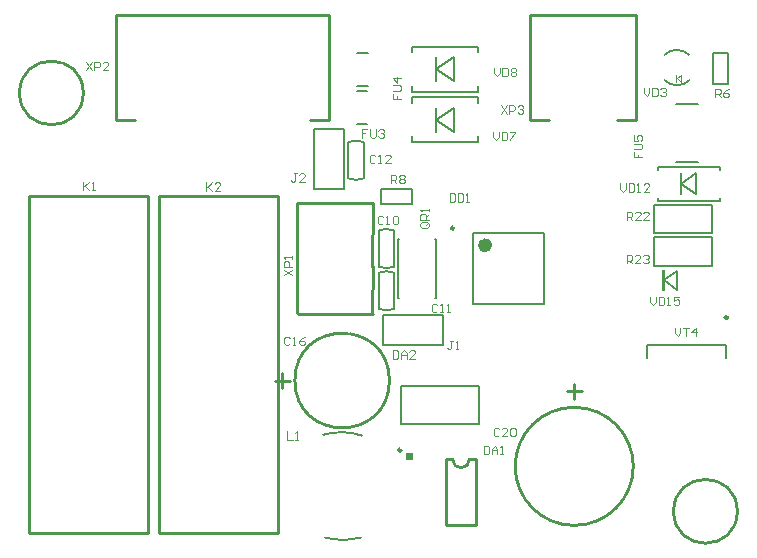
<source format=gto>
G04 Layer_Color=65535*
%FSLAX24Y24*%
%MOIN*%
G70*
G01*
G75*
%ADD10C,0.0079*%
%ADD30C,0.0100*%
%ADD32C,0.0098*%
%ADD36C,0.0236*%
%ADD65C,0.0070*%
%ADD66C,0.0071*%
%ADD67C,0.0050*%
%ADD68C,0.0070*%
%ADD69C,0.0039*%
G36*
X36656Y27799D02*
X36406D01*
Y28049D01*
X36656D01*
Y27799D01*
D02*
G37*
G36*
X45067Y33439D02*
X44957D01*
Y34159D01*
X45067D01*
Y33439D01*
D02*
G37*
D10*
X36604Y39911D02*
X38809D01*
X36604Y38415D02*
X38809D01*
Y39724D02*
Y39911D01*
Y38415D02*
Y38602D01*
X36604Y39724D02*
Y39911D01*
Y38415D02*
Y38602D01*
Y41585D02*
X38809D01*
X36604Y40089D02*
X38809D01*
Y41398D02*
Y41585D01*
Y40089D02*
Y40276D01*
X36604Y41398D02*
Y41585D01*
Y40089D02*
Y40276D01*
X38848Y29006D02*
Y30266D01*
X36250Y29006D02*
Y30266D01*
X38848D01*
X36250Y29006D02*
X38848D01*
X38661Y33002D02*
Y35364D01*
X41024Y33002D02*
Y35364D01*
X38661Y33002D02*
X41024D01*
X38661Y35364D02*
X41024D01*
X34774Y40128D02*
X35128D01*
X34774Y39026D02*
X35128D01*
X34783Y41388D02*
X35138D01*
X34783Y40285D02*
X35138D01*
X45433Y39675D02*
X46142D01*
X45433Y37746D02*
X46142D01*
X37372Y35167D02*
X37411D01*
Y33199D02*
Y35167D01*
X37372Y33199D02*
X37411D01*
X36152Y35167D02*
X36191D01*
X36152Y33199D02*
Y35167D01*
Y33199D02*
X36191D01*
X44803Y36447D02*
X46890D01*
X44803Y37589D02*
X46890D01*
X44803Y36447D02*
Y36555D01*
Y37480D02*
Y37589D01*
X46890Y36447D02*
Y36555D01*
Y37480D02*
Y37589D01*
X45437Y33469D02*
Y34129D01*
X45007Y33799D02*
X45437Y34129D01*
X45007Y33799D02*
X45437Y33469D01*
X44459Y31230D02*
Y31663D01*
X47096Y31230D02*
Y31663D01*
X44459D02*
X47096D01*
D30*
X47464Y26103D02*
G03*
X47464Y26103I-1063J0D01*
G01*
X25663Y40050D02*
G03*
X25663Y40050I-1063J0D01*
G01*
X43996Y27602D02*
G03*
X43996Y27602I-1969J0D01*
G01*
X35866Y30463D02*
G03*
X35866Y30463I-1575J0D01*
G01*
X37974Y27829D02*
G03*
X38533Y27848I280J0D01*
G01*
X26762Y39156D02*
X27392D01*
X26752D02*
Y42659D01*
X33839Y39156D02*
Y42659D01*
X26752D02*
X33839D01*
X33209Y39156D02*
X33839D01*
X42028Y29852D02*
Y30352D01*
X41778Y30102D02*
X42278D01*
X32041Y30463D02*
X32541D01*
X32291Y30213D02*
Y30713D01*
X37756Y27849D02*
X37956D01*
X38556D02*
X38756D01*
X37756Y25649D02*
X38756D01*
X37756D02*
Y27849D01*
X38756Y25649D02*
Y27849D01*
X28189Y25384D02*
X32165D01*
X28189Y36604D02*
X32165D01*
Y25384D02*
Y36604D01*
X28189Y25384D02*
Y36604D01*
X23839Y25384D02*
X27815D01*
X23839Y36604D02*
X27815D01*
Y25384D02*
Y36604D01*
X23839Y25384D02*
Y36604D01*
X35301Y32705D02*
X35303Y34281D01*
X32782Y32705D02*
Y36366D01*
X32803Y32682D02*
X35303D01*
X32803Y36381D02*
X35303D01*
X35301Y34240D02*
X35303Y36381D01*
X40541Y42659D02*
X44085D01*
X43455Y39156D02*
X44085D01*
X40541D02*
X41171D01*
X44085D02*
Y42659D01*
X40541Y39156D02*
Y42659D01*
D32*
X36260Y28140D02*
G03*
X36260Y28140I-49J0D01*
G01*
X38022Y35541D02*
G03*
X38022Y35541I-49J0D01*
G01*
X47146Y32559D02*
G03*
X47146Y32559I-49J0D01*
G01*
D36*
X39173Y34970D02*
G03*
X39173Y34970I-118J0D01*
G01*
D65*
X36023Y34058D02*
G03*
X35513Y34059I-256J-608D01*
G01*
Y32851D02*
G03*
X36023Y32851I255J609D01*
G01*
X35512Y34259D02*
G03*
X36022Y34258I256J608D01*
G01*
Y35466D02*
G03*
X35512Y35466I-255J-609D01*
G01*
X34499Y37201D02*
G03*
X35010Y37202I255J609D01*
G01*
Y38409D02*
G03*
X34499Y38409I-256J-608D01*
G01*
X35513Y32855D02*
Y34055D01*
X36024Y32855D02*
Y34055D01*
X36023Y34262D02*
Y35462D01*
X35512Y34261D02*
Y35462D01*
X46644Y40345D02*
X47156D01*
X46644Y41388D02*
X47156D01*
Y40345D02*
Y41388D01*
X46644Y40345D02*
Y41388D01*
X35581Y36348D02*
Y36860D01*
X36624Y36348D02*
Y36860D01*
X35581Y36348D02*
X36624D01*
X35581Y36860D02*
X36624D01*
X35010Y37205D02*
Y38406D01*
X34499Y37205D02*
Y38405D01*
D66*
X34958Y28624D02*
G03*
X33657Y28653I-697J-2035D01*
G01*
X33722Y25221D02*
G03*
X34915Y25225I589J2068D01*
G01*
X45033Y40478D02*
G03*
X45868Y40478I418J418D01*
G01*
Y41313D02*
G03*
X45033Y41313I-418J-418D01*
G01*
D67*
X37661Y31646D02*
Y32646D01*
X35661D02*
X37661D01*
X35661Y31646D02*
Y32646D01*
Y31646D02*
X37661D01*
X33368Y38852D02*
X34368D01*
X33368Y36852D02*
Y38852D01*
Y36852D02*
X34368D01*
Y38852D01*
X37407Y39163D02*
X38007Y38763D01*
X37407Y39163D02*
X38007Y39563D01*
Y38763D02*
Y39563D01*
X37407Y38763D02*
Y39563D01*
Y40837D02*
X38007Y40437D01*
X37407Y40837D02*
X38007Y41237D01*
Y40437D02*
Y41237D01*
X37407Y40437D02*
Y41237D01*
X45596Y37018D02*
X46096Y36668D01*
X45596Y37018D02*
X46096Y37368D01*
X45596Y36668D02*
Y37368D01*
X46096Y36668D02*
Y37368D01*
D68*
X44699Y35366D02*
X46629D01*
X44699Y36326D02*
X46629D01*
X44699Y35366D02*
Y36326D01*
X46629Y35366D02*
Y36326D01*
X44700Y35244D02*
X46630D01*
X44700Y34284D02*
X46630D01*
Y35244D01*
X44700Y34284D02*
Y35244D01*
D69*
X45423Y40423D02*
Y40659D01*
X45581Y40423D02*
Y40659D01*
X45463Y40541D02*
X45581Y40423D01*
X45463Y40541D02*
X45581Y40659D01*
X44026Y38087D02*
Y37904D01*
X44163D01*
Y37995D01*
Y37904D01*
X44301D01*
X44026Y38179D02*
X44255D01*
X44301Y38225D01*
Y38317D01*
X44255Y38363D01*
X44026D01*
Y38638D02*
Y38455D01*
X44163D01*
X44118Y38546D01*
Y38592D01*
X44163Y38638D01*
X44255D01*
X44301Y38592D01*
Y38500D01*
X44255Y38455D01*
X39587Y39636D02*
X39770Y39360D01*
Y39636D02*
X39587Y39360D01*
X39862D02*
Y39636D01*
X40000D01*
X40046Y39590D01*
Y39498D01*
X40000Y39452D01*
X39862D01*
X40138Y39590D02*
X40184Y39636D01*
X40275D01*
X40321Y39590D01*
Y39544D01*
X40275Y39498D01*
X40229D01*
X40275D01*
X40321Y39452D01*
Y39406D01*
X40275Y39360D01*
X40184D01*
X40138Y39406D01*
X32352Y33976D02*
X32628Y34160D01*
X32352D02*
X32628Y33976D01*
Y34252D02*
X32352D01*
Y34390D01*
X32398Y34436D01*
X32490D01*
X32536Y34390D01*
Y34252D01*
X32628Y34527D02*
Y34619D01*
Y34573D01*
X32352D01*
X32398Y34527D01*
X45384Y32214D02*
Y32031D01*
X45476Y31939D01*
X45568Y32031D01*
Y32214D01*
X45659D02*
X45843D01*
X45751D01*
Y31939D01*
X46073D02*
Y32214D01*
X45935Y32077D01*
X46119D01*
X44567Y33258D02*
Y33074D01*
X44659Y32982D01*
X44751Y33074D01*
Y33258D01*
X44842D02*
Y32982D01*
X44980D01*
X45026Y33028D01*
Y33212D01*
X44980Y33258D01*
X44842D01*
X45118Y32982D02*
X45210D01*
X45164D01*
Y33258D01*
X45118Y33212D01*
X45531Y33258D02*
X45348D01*
Y33120D01*
X45439Y33166D01*
X45485D01*
X45531Y33120D01*
Y33028D01*
X45485Y32982D01*
X45393D01*
X45348Y33028D01*
X43563Y37037D02*
Y36854D01*
X43655Y36762D01*
X43747Y36854D01*
Y37037D01*
X43838D02*
Y36762D01*
X43976D01*
X44022Y36808D01*
Y36991D01*
X43976Y37037D01*
X43838D01*
X44114Y36762D02*
X44206D01*
X44160D01*
Y37037D01*
X44114Y36991D01*
X44527Y36762D02*
X44344D01*
X44527Y36945D01*
Y36991D01*
X44481Y37037D01*
X44390D01*
X44344Y36991D01*
X44350Y40216D02*
Y40033D01*
X44442Y39941D01*
X44534Y40033D01*
Y40216D01*
X44626D02*
Y39941D01*
X44764D01*
X44810Y39987D01*
Y40171D01*
X44764Y40216D01*
X44626D01*
X44901Y40171D02*
X44947Y40216D01*
X45039D01*
X45085Y40171D01*
Y40125D01*
X45039Y40079D01*
X44993D01*
X45039D01*
X45085Y40033D01*
Y39987D01*
X45039Y39941D01*
X44947D01*
X44901Y39987D01*
X43770Y34370D02*
Y34646D01*
X43907D01*
X43953Y34600D01*
Y34508D01*
X43907Y34462D01*
X43770D01*
X43862D02*
X43953Y34370D01*
X44229D02*
X44045D01*
X44229Y34554D01*
Y34600D01*
X44183Y34646D01*
X44091D01*
X44045Y34600D01*
X44321D02*
X44367Y34646D01*
X44458D01*
X44504Y34600D01*
Y34554D01*
X44458Y34508D01*
X44413D01*
X44458D01*
X44504Y34462D01*
Y34416D01*
X44458Y34370D01*
X44367D01*
X44321Y34416D01*
X43780Y35817D02*
Y36092D01*
X43917D01*
X43963Y36047D01*
Y35955D01*
X43917Y35909D01*
X43780D01*
X43871D02*
X43963Y35817D01*
X44239D02*
X44055D01*
X44239Y36001D01*
Y36047D01*
X44193Y36092D01*
X44101D01*
X44055Y36047D01*
X44514Y35817D02*
X44331D01*
X44514Y36001D01*
Y36047D01*
X44468Y36092D01*
X44376D01*
X44331Y36047D01*
X35915Y37047D02*
Y37323D01*
X36053D01*
X36099Y37277D01*
Y37185D01*
X36053Y37139D01*
X35915D01*
X36007D02*
X36099Y37047D01*
X36191Y37277D02*
X36237Y37323D01*
X36329D01*
X36375Y37277D01*
Y37231D01*
X36329Y37185D01*
X36375Y37139D01*
Y37093D01*
X36329Y37047D01*
X36237D01*
X36191Y37093D01*
Y37139D01*
X36237Y37185D01*
X36191Y37231D01*
Y37277D01*
X36237Y37185D02*
X36329D01*
X46722Y39911D02*
Y40187D01*
X46860D01*
X46906Y40141D01*
Y40049D01*
X46860Y40003D01*
X46722D01*
X46814D02*
X46906Y39911D01*
X47182Y40187D02*
X47090Y40141D01*
X46998Y40049D01*
Y39957D01*
X47044Y39911D01*
X47136D01*
X47182Y39957D01*
Y40003D01*
X47136Y40049D01*
X46998D01*
X37129Y35735D02*
X36946D01*
X36900Y35689D01*
Y35597D01*
X36946Y35551D01*
X37129D01*
X37175Y35597D01*
Y35689D01*
X37083Y35643D02*
X37175Y35735D01*
Y35689D02*
X37129Y35735D01*
X37175Y35827D02*
X36900D01*
Y35964D01*
X36946Y36010D01*
X37037D01*
X37083Y35964D01*
Y35827D01*
Y35919D02*
X37175Y36010D01*
Y36102D02*
Y36194D01*
Y36148D01*
X36900D01*
X36946Y36102D01*
X32461Y28770D02*
Y28494D01*
X32644D01*
X32736D02*
X32828D01*
X32782D01*
Y28770D01*
X32736Y28724D01*
X25669Y37087D02*
Y36811D01*
Y36903D01*
X25853Y37087D01*
X25715Y36949D01*
X25853Y36811D01*
X25945D02*
X26037D01*
X25991D01*
Y37087D01*
X25945Y37041D01*
X29764Y37067D02*
Y36791D01*
Y36883D01*
X29947Y37067D01*
X29810Y36929D01*
X29947Y36791D01*
X30223D02*
X30039D01*
X30223Y36975D01*
Y37021D01*
X30177Y37067D01*
X30085D01*
X30039Y37021D01*
X35984Y40026D02*
Y39843D01*
X36122D01*
Y39934D01*
Y39843D01*
X36260D01*
X35984Y40118D02*
X36214D01*
X36260Y40164D01*
Y40256D01*
X36214Y40302D01*
X35984D01*
X36260Y40531D02*
X35984D01*
X36122Y40394D01*
Y40577D01*
X35134Y38838D02*
X34951D01*
Y38701D01*
X35043D01*
X34951D01*
Y38563D01*
X35226Y38838D02*
Y38609D01*
X35272Y38563D01*
X35364D01*
X35410Y38609D01*
Y38838D01*
X35502Y38793D02*
X35548Y38838D01*
X35640D01*
X35685Y38793D01*
Y38747D01*
X35640Y38701D01*
X35594D01*
X35640D01*
X35685Y38655D01*
Y38609D01*
X35640Y38563D01*
X35548D01*
X35502Y38609D01*
X37870Y36706D02*
Y36430D01*
X38008D01*
X38054Y36476D01*
Y36660D01*
X38008Y36706D01*
X37870D01*
X38145D02*
Y36430D01*
X38283D01*
X38329Y36476D01*
Y36660D01*
X38283Y36706D01*
X38145D01*
X38421Y36430D02*
X38513D01*
X38467D01*
Y36706D01*
X38421Y36660D01*
X35984Y31466D02*
Y31191D01*
X36122D01*
X36168Y31237D01*
Y31421D01*
X36122Y31466D01*
X35984D01*
X36260Y31191D02*
Y31375D01*
X36352Y31466D01*
X36443Y31375D01*
Y31191D01*
Y31329D01*
X36260D01*
X36719Y31191D02*
X36535D01*
X36719Y31375D01*
Y31421D01*
X36673Y31466D01*
X36581D01*
X36535Y31421D01*
X39006Y28277D02*
Y28002D01*
X39144D01*
X39190Y28048D01*
Y28232D01*
X39144Y28277D01*
X39006D01*
X39281Y28002D02*
Y28186D01*
X39373Y28277D01*
X39465Y28186D01*
Y28002D01*
Y28140D01*
X39281D01*
X39557Y28002D02*
X39649D01*
X39603D01*
Y28277D01*
X39557Y28232D01*
X32546Y31883D02*
X32500Y31929D01*
X32408D01*
X32362Y31883D01*
Y31699D01*
X32408Y31654D01*
X32500D01*
X32546Y31699D01*
X32638Y31654D02*
X32730D01*
X32684D01*
Y31929D01*
X32638Y31883D01*
X33051Y31929D02*
X32959Y31883D01*
X32867Y31791D01*
Y31699D01*
X32913Y31654D01*
X33005D01*
X33051Y31699D01*
Y31745D01*
X33005Y31791D01*
X32867D01*
X39524Y28832D02*
X39478Y28878D01*
X39386D01*
X39341Y28832D01*
Y28648D01*
X39386Y28602D01*
X39478D01*
X39524Y28648D01*
X39800Y28602D02*
X39616D01*
X39800Y28786D01*
Y28832D01*
X39754Y28878D01*
X39662D01*
X39616Y28832D01*
X39892D02*
X39937Y28878D01*
X40029D01*
X40075Y28832D01*
Y28648D01*
X40029Y28602D01*
X39937D01*
X39892Y28648D01*
Y28832D01*
X35656Y35909D02*
X35610Y35955D01*
X35518D01*
X35472Y35909D01*
Y35725D01*
X35518Y35679D01*
X35610D01*
X35656Y35725D01*
X35748Y35679D02*
X35840D01*
X35794D01*
Y35955D01*
X35748Y35909D01*
X35978D02*
X36023Y35955D01*
X36115D01*
X36161Y35909D01*
Y35725D01*
X36115Y35679D01*
X36023D01*
X35978Y35725D01*
Y35909D01*
X37467Y32976D02*
X37421Y33022D01*
X37329D01*
X37283Y32976D01*
Y32792D01*
X37329Y32746D01*
X37421D01*
X37467Y32792D01*
X37559Y32746D02*
X37651D01*
X37605D01*
Y33022D01*
X37559Y32976D01*
X37789Y32746D02*
X37880D01*
X37834D01*
Y33022D01*
X37789Y32976D01*
X39331Y38750D02*
Y38566D01*
X39422Y38474D01*
X39514Y38566D01*
Y38750D01*
X39606D02*
Y38474D01*
X39744D01*
X39790Y38520D01*
Y38704D01*
X39744Y38750D01*
X39606D01*
X39882D02*
X40065D01*
Y38704D01*
X39882Y38520D01*
Y38474D01*
X39360Y40886D02*
Y40702D01*
X39452Y40610D01*
X39544Y40702D01*
Y40886D01*
X39636D02*
Y40610D01*
X39773D01*
X39819Y40656D01*
Y40840D01*
X39773Y40886D01*
X39636D01*
X39911Y40840D02*
X39957Y40886D01*
X40049D01*
X40095Y40840D01*
Y40794D01*
X40049Y40748D01*
X40095Y40702D01*
Y40656D01*
X40049Y40610D01*
X39957D01*
X39911Y40656D01*
Y40702D01*
X39957Y40748D01*
X39911Y40794D01*
Y40840D01*
X39957Y40748D02*
X40049D01*
X25758Y41083D02*
X25942Y40807D01*
Y41083D02*
X25758Y40807D01*
X26033D02*
Y41083D01*
X26171D01*
X26217Y41037D01*
Y40945D01*
X26171Y40899D01*
X26033D01*
X26493Y40807D02*
X26309D01*
X26493Y40991D01*
Y41037D01*
X26447Y41083D01*
X26355D01*
X26309Y41037D01*
X32772Y37372D02*
X32680D01*
X32726D01*
Y37142D01*
X32680Y37096D01*
X32634D01*
X32589Y37142D01*
X33048Y37096D02*
X32864D01*
X33048Y37280D01*
Y37326D01*
X33002Y37372D01*
X32910D01*
X32864Y37326D01*
X37979Y31791D02*
X37887D01*
X37933D01*
Y31562D01*
X37887Y31516D01*
X37841D01*
X37795Y31562D01*
X38071Y31516D02*
X38163D01*
X38117D01*
Y31791D01*
X38071Y31745D01*
X35400Y37946D02*
X35354Y37992D01*
X35262D01*
X35217Y37946D01*
Y37762D01*
X35262Y37717D01*
X35354D01*
X35400Y37762D01*
X35492Y37717D02*
X35584D01*
X35538D01*
Y37992D01*
X35492Y37946D01*
X35905Y37717D02*
X35722D01*
X35905Y37900D01*
Y37946D01*
X35859Y37992D01*
X35768D01*
X35722Y37946D01*
M02*

</source>
